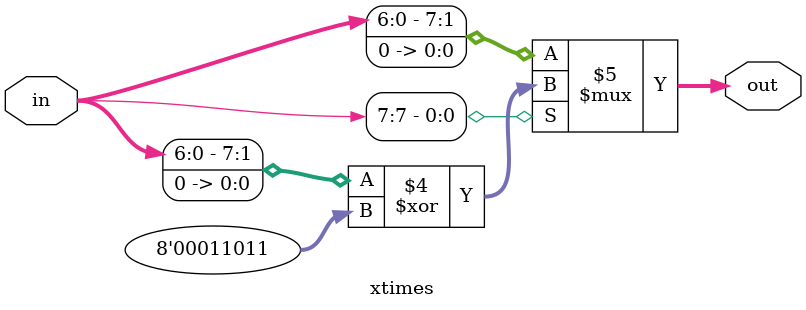
<source format=v>
/*
 * Copyright 2018, Jiumao <brize_huang@163.com>
 *
 * Licensed under the Apache License, Version 2.0 (the "License");
 * you may not use this file except in compliance with the License.
 * You may obtain a copy of the License at
 *
 * http://www.apache.org/licenses/LICENSE-2.0
 *
 * Unless required by applicable law or agreed to in writing, software
 * distributed under the License is distributed on an "AS IS" BASIS,
 * WITHOUT WARRANTIES OR CONDITIONS OF ANY KIND, either express or implied.
 * See the License for the specific language governing permissions and
 * limitations under the License.
 */

module MIXCOLUNM (
    input   [31:0]  in  ,
    output  [31:0]  out  
);

wire    [7:0]       s0  ;
wire    [7:0]       s1  ;
wire    [7:0]       s2  ;
wire    [7:0]       s3  ;
wire    [7:0]       s0b ;
wire    [7:0]       s1b ;
wire    [7:0]       s2b ;
wire    [7:0]       s3b ;

assign {s0, s1, s2, s3} = in;

xtimes U1( .in(s0^s1), .out(s0b) );
xtimes U2( .in(s1^s2), .out(s1b) );
xtimes U3( .in(s2^s3), .out(s2b) );
xtimes U4( .in(s3^s0), .out(s3b) );

assign out[31:24] = s0b ^ s1 ^ s2 ^ s3;
assign out[23:16] = s1b ^ s0 ^ s2 ^ s3;
assign out[15:8]  = s2b ^ s0 ^ s1 ^ s3;
assign out[7:0]   = s3b ^ s0 ^ s1 ^ s2;

endmodule


module xtimes(
    input     [7:0]     in  ,
    output    [7:0]     out                 
);

assign out = (in[7] == 1'b0) ? (in << 1'b1) : ((in << 1'b1) ^ 8'h1b) ;

endmodule 


</source>
